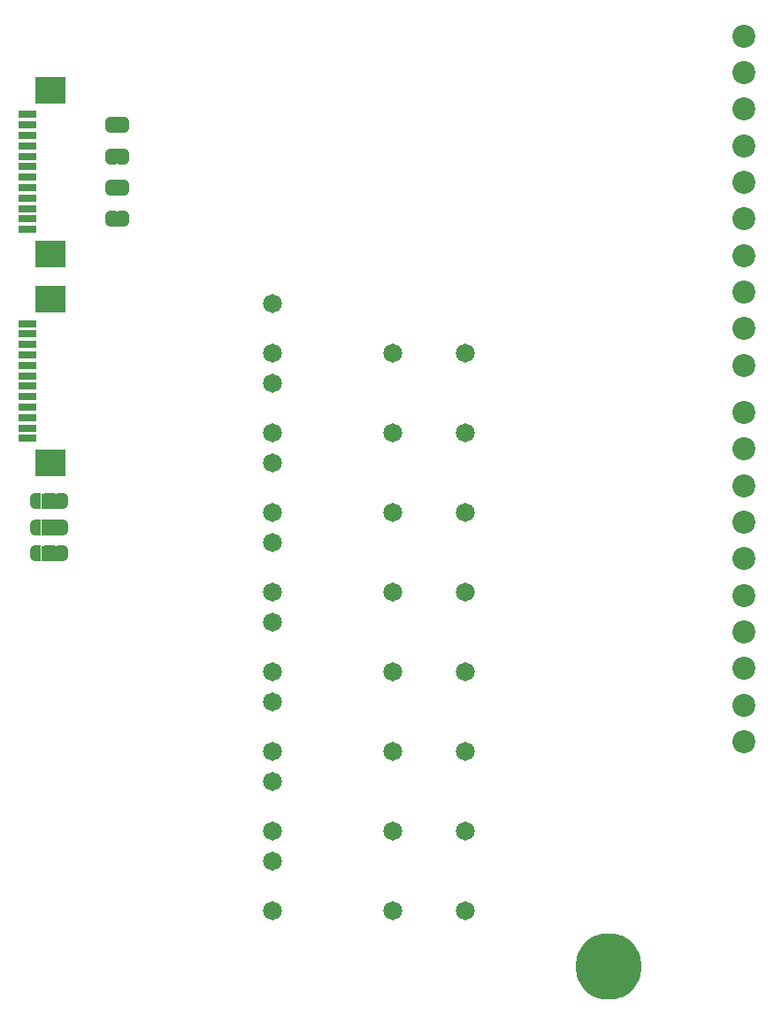
<source format=gbr>
%TF.GenerationSoftware,KiCad,Pcbnew,9.0.2*%
%TF.CreationDate,2025-06-13T13:04:20+03:00*%
%TF.ProjectId,PMCNV-RQ8,504d434e-562d-4525-9138-2e6b69636164,rev?*%
%TF.SameCoordinates,Original*%
%TF.FileFunction,Soldermask,Bot*%
%TF.FilePolarity,Negative*%
%FSLAX46Y46*%
G04 Gerber Fmt 4.6, Leading zero omitted, Abs format (unit mm)*
G04 Created by KiCad (PCBNEW 9.0.2) date 2025-06-13 13:04:20*
%MOMM*%
%LPD*%
G01*
G04 APERTURE LIST*
G04 Aperture macros list*
%AMFreePoly0*
4,1,23,0.500000,-0.750000,0.000000,-0.750000,0.000000,-0.745722,-0.065263,-0.745722,-0.191342,-0.711940,-0.304381,-0.646677,-0.396677,-0.554381,-0.461940,-0.441342,-0.495722,-0.315263,-0.495722,-0.250000,-0.500000,-0.250000,-0.500000,0.250000,-0.495722,0.250000,-0.495722,0.315263,-0.461940,0.441342,-0.396677,0.554381,-0.304381,0.646677,-0.191342,0.711940,-0.065263,0.745722,0.000000,0.745722,
0.000000,0.750000,0.500000,0.750000,0.500000,-0.750000,0.500000,-0.750000,$1*%
%AMFreePoly1*
4,1,23,0.000000,0.745722,0.065263,0.745722,0.191342,0.711940,0.304381,0.646677,0.396677,0.554381,0.461940,0.441342,0.495722,0.315263,0.495722,0.250000,0.500000,0.250000,0.500000,-0.250000,0.495722,-0.250000,0.495722,-0.315263,0.461940,-0.441342,0.396677,-0.554381,0.304381,-0.646677,0.191342,-0.711940,0.065263,-0.745722,0.000000,-0.745722,0.000000,-0.750000,-0.500000,-0.750000,
-0.500000,0.750000,0.000000,0.750000,0.000000,0.745722,0.000000,0.745722,$1*%
%AMFreePoly2*
4,1,23,0.550000,-0.750000,0.000000,-0.750000,0.000000,-0.745722,-0.065263,-0.745722,-0.191342,-0.711940,-0.304381,-0.646677,-0.396677,-0.554381,-0.461940,-0.441342,-0.495722,-0.315263,-0.495722,-0.250000,-0.500000,-0.250000,-0.500000,0.250000,-0.495722,0.250000,-0.495722,0.315263,-0.461940,0.441342,-0.396677,0.554381,-0.304381,0.646677,-0.191342,0.711940,-0.065263,0.745722,0.000000,0.745722,
0.000000,0.750000,0.550000,0.750000,0.550000,-0.750000,0.550000,-0.750000,$1*%
%AMFreePoly3*
4,1,23,0.000000,0.745722,0.065263,0.745722,0.191342,0.711940,0.304381,0.646677,0.396677,0.554381,0.461940,0.441342,0.495722,0.315263,0.495722,0.250000,0.500000,0.250000,0.500000,-0.250000,0.495722,-0.250000,0.495722,-0.315263,0.461940,-0.441342,0.396677,-0.554381,0.304381,-0.646677,0.191342,-0.711940,0.065263,-0.745722,0.000000,-0.745722,0.000000,-0.750000,-0.550000,-0.750000,
-0.550000,0.750000,0.000000,0.750000,0.000000,0.745722,0.000000,0.745722,$1*%
G04 Aperture macros list end*
%ADD10C,1.812000*%
%ADD11C,2.200000*%
%ADD12O,6.350000X6.350000*%
%ADD13FreePoly0,0.000000*%
%ADD14FreePoly1,0.000000*%
%ADD15R,1.803400X0.635000*%
%ADD16R,2.997200X2.590800*%
%ADD17FreePoly2,180.000000*%
%ADD18R,1.000000X1.500000*%
%ADD19FreePoly3,180.000000*%
G04 APERTURE END LIST*
%TO.C,JP3*%
G36*
X-25150000Y27750000D02*
G01*
X-24850000Y27750000D01*
X-24850000Y29250000D01*
X-25150000Y29250000D01*
X-25150000Y27750000D01*
G37*
%TO.C,JP6*%
G36*
X-30750000Y-3250000D02*
G01*
X-32250000Y-3250000D01*
X-32250000Y-4750000D01*
X-30750000Y-4750000D01*
X-30750000Y-3250000D01*
G37*
%TO.C,JP4*%
G36*
X-25150000Y24750000D02*
G01*
X-24850000Y24750000D01*
X-24850000Y26250000D01*
X-25150000Y26250000D01*
X-25150000Y24750000D01*
G37*
%TO.C,JP2*%
G36*
X-25150000Y30750000D02*
G01*
X-24850000Y30750000D01*
X-24850000Y32250000D01*
X-25150000Y32250000D01*
X-25150000Y30750000D01*
G37*
%TO.C,JP5*%
G36*
X-30750000Y-750000D02*
G01*
X-32250000Y-750000D01*
X-32250000Y-2250000D01*
X-30750000Y-2250000D01*
X-30750000Y-750000D01*
G37*
%TO.C,JP7*%
G36*
X-30750000Y-5750000D02*
G01*
X-32250000Y-5750000D01*
X-32250000Y-7250000D01*
X-30750000Y-7250000D01*
X-30750000Y-5750000D01*
G37*
%TO.C,JP1*%
G36*
X-25150000Y33750000D02*
G01*
X-24850000Y33750000D01*
X-24850000Y35250000D01*
X-25150000Y35250000D01*
X-25150000Y33750000D01*
G37*
%TD*%
D10*
%TO.C,K4*%
X-10160000Y-10160000D03*
X1340000Y-10160000D03*
X8340000Y-10160000D03*
X-10160000Y-5460000D03*
%TD*%
%TO.C,K5*%
X-10160000Y-17780000D03*
X1340000Y-17780000D03*
X8340000Y-17780000D03*
X-10160000Y-13080000D03*
%TD*%
%TO.C,K6*%
X-10160000Y-25400000D03*
X1340000Y-25400000D03*
X8340000Y-25400000D03*
X-10160000Y-20700000D03*
%TD*%
%TO.C,K8*%
X-10160000Y-40640000D03*
X1340000Y-40640000D03*
X8340000Y-40640000D03*
X-10160000Y-35940000D03*
%TD*%
%TO.C,K1*%
X-10160000Y12700000D03*
X1340000Y12700000D03*
X8340000Y12700000D03*
X-10160000Y17400000D03*
%TD*%
D11*
%TO.C,J8*%
X35000000Y-24500000D03*
X35000000Y-21000000D03*
X35000000Y-17500000D03*
X35000000Y-14000000D03*
X35000000Y-10500000D03*
X35000000Y-7000000D03*
X35000000Y-3500000D03*
X35000000Y0D03*
X35000000Y3500000D03*
X35000000Y7000000D03*
%TD*%
D10*
%TO.C,K7*%
X-10160000Y-33020000D03*
X1340000Y-33020000D03*
X8340000Y-33020000D03*
X-10160000Y-28320000D03*
%TD*%
D12*
%TO.C,PE1*%
X22000000Y-46000000D03*
%TD*%
D10*
%TO.C,K3*%
X-10160000Y-2540000D03*
X1340000Y-2540000D03*
X8340000Y-2540000D03*
X-10160000Y2160000D03*
%TD*%
%TO.C,K2*%
X-10160000Y5080000D03*
X1340000Y5080000D03*
X8340000Y5080000D03*
X-10160000Y9780000D03*
%TD*%
D11*
%TO.C,J7*%
X35000000Y11500000D03*
X35000000Y15000000D03*
X35000000Y18500000D03*
X35000000Y22000000D03*
X35000000Y25500000D03*
X35000000Y29000000D03*
X35000000Y32500000D03*
X35000000Y36000000D03*
X35000000Y39500000D03*
X35000000Y43000000D03*
%TD*%
D13*
%TO.C,JP3*%
X-25650000Y28500000D03*
D14*
X-24350000Y28500000D03*
%TD*%
D15*
%TO.C,JM4*%
X-33556000Y15499992D03*
X-33556000Y14499994D03*
X-33556000Y13499996D03*
X-33556000Y12499998D03*
X-33556000Y11500000D03*
X-33556000Y10500000D03*
X-33556000Y9500000D03*
X-33556000Y8500000D03*
X-33556000Y7500002D03*
X-33556000Y6500004D03*
X-33556000Y5500006D03*
X-33556000Y4500008D03*
D16*
X-31385999Y17850003D03*
X-31385999Y2149997D03*
%TD*%
D15*
%TO.C,JM2*%
X-33556000Y35499992D03*
X-33556000Y34499994D03*
X-33556000Y33499996D03*
X-33556000Y32499998D03*
X-33556000Y31500000D03*
X-33556000Y30500000D03*
X-33556000Y29500000D03*
X-33556000Y28500000D03*
X-33556000Y27500002D03*
X-33556000Y26500004D03*
X-33556000Y25500006D03*
X-33556000Y24500008D03*
D16*
X-31385999Y37850003D03*
X-31385999Y22149997D03*
%TD*%
D17*
%TO.C,JP6*%
X-30200000Y-4000000D03*
D18*
X-31500000Y-4000000D03*
D19*
X-32800000Y-4000000D03*
%TD*%
D13*
%TO.C,JP4*%
X-25650000Y25500000D03*
D14*
X-24350000Y25500000D03*
%TD*%
D13*
%TO.C,JP2*%
X-25650000Y31500000D03*
D14*
X-24350000Y31500000D03*
%TD*%
D17*
%TO.C,JP5*%
X-30200000Y-1500000D03*
D18*
X-31500000Y-1500000D03*
D19*
X-32800000Y-1500000D03*
%TD*%
D17*
%TO.C,JP7*%
X-30200000Y-6500000D03*
D18*
X-31500000Y-6500000D03*
D19*
X-32800000Y-6500000D03*
%TD*%
D13*
%TO.C,JP1*%
X-25650000Y34500000D03*
D14*
X-24350000Y34500000D03*
%TD*%
M02*

</source>
